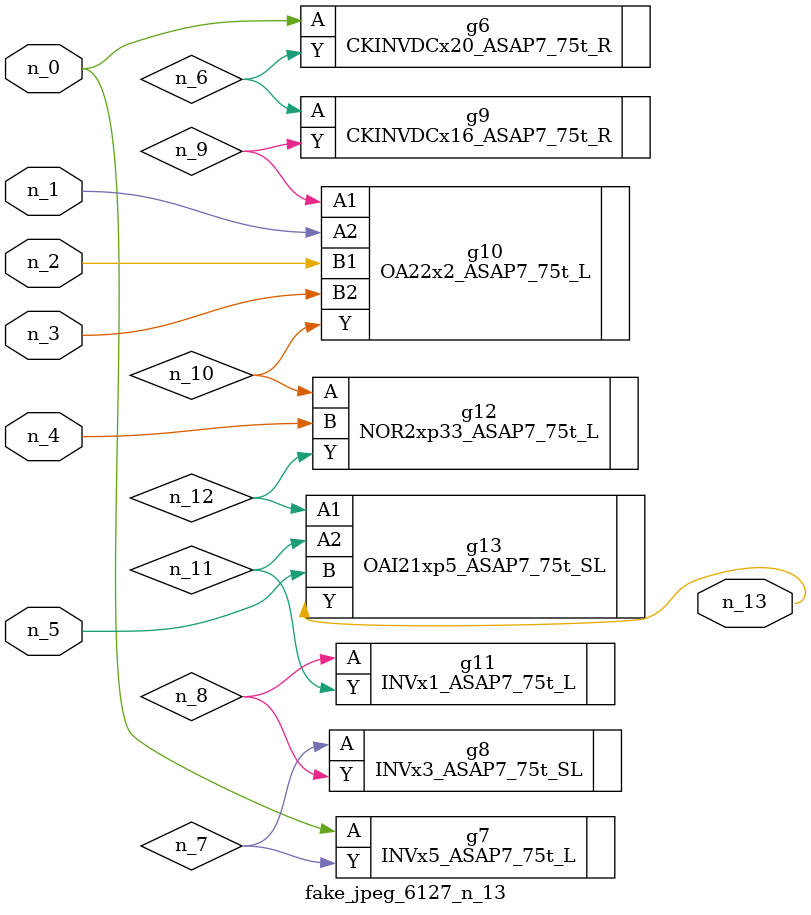
<source format=v>
module fake_jpeg_6127_n_13 (n_3, n_2, n_1, n_0, n_4, n_5, n_13);

input n_3;
input n_2;
input n_1;
input n_0;
input n_4;
input n_5;

output n_13;

wire n_11;
wire n_10;
wire n_12;
wire n_8;
wire n_9;
wire n_6;
wire n_7;

CKINVDCx20_ASAP7_75t_R g6 ( 
.A(n_0),
.Y(n_6)
);

INVx5_ASAP7_75t_L g7 ( 
.A(n_0),
.Y(n_7)
);

INVx3_ASAP7_75t_SL g8 ( 
.A(n_7),
.Y(n_8)
);

INVx1_ASAP7_75t_L g11 ( 
.A(n_8),
.Y(n_11)
);

CKINVDCx16_ASAP7_75t_R g9 ( 
.A(n_6),
.Y(n_9)
);

OA22x2_ASAP7_75t_L g10 ( 
.A1(n_9),
.A2(n_1),
.B1(n_2),
.B2(n_3),
.Y(n_10)
);

NOR2xp33_ASAP7_75t_L g12 ( 
.A(n_10),
.B(n_4),
.Y(n_12)
);

OAI21xp5_ASAP7_75t_SL g13 ( 
.A1(n_12),
.A2(n_11),
.B(n_5),
.Y(n_13)
);


endmodule
</source>
